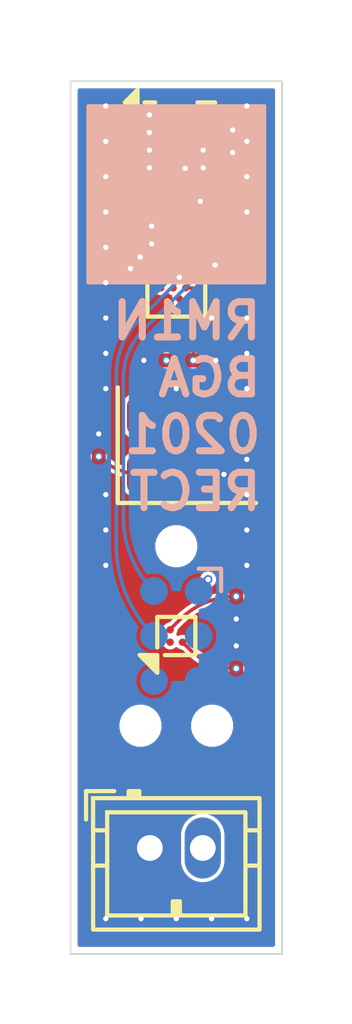
<source format=kicad_pcb>
(kicad_pcb (version 20241229) (generator "pcbnew") (generator_version "9.0")
  (title_block (title "BGA_0201_RECT") (date "2026-02-21") (rev "0.1") (company "RM1N"))
  (layers (0 "F.Cu" signal) (4 "In1.Cu" signal) (6 "In2.Cu" signal) (2 "B.Cu" signal) (13 "F.Paste" user) (15 "B.Paste" user) (5 "F.SilkS" user "F.Silkscreen") (7 "B.SilkS" user "B.Silkscreen") (1 "F.Mask" user) (3 "B.Mask" user) (25 "Edge.Cuts" user))
  (net 0 "")
  (net 1 "GND")
  (net 2 "VDD")
  (net 3 "V+")
  (net 4 "Net-(D1-K)")
  (net 5 "Net-(D1-A)")
  (net 8 "/SWDIO")
  (net 9 "/BOOT0{slash}SWCLK")
  (net 11 "/SDI")
  (net 12 "/SDO")
  (net 13 "/~{CS}")
  (net 14 "Net-(U2-PC14)")
  (net 15 "/SCL")
  (footprint "Capacitor_SMD:C_0201_0603Metric" (layer "F.Cu") (at 34.6 27 -90)
    (property "Reference" "C6" (hide yes))
    (property "Value" "0.1uF" (hide yes))
    (pad "1" smd roundrect (at -0.32 0 270) (size 0.46 0.4) (layers "F.Cu" "F.Mask") (net 2 "VDD"))
    (pad "2" smd roundrect (at 0.32 0 270) (size 0.46 0.4) (layers "F.Cu" "F.Mask") (net 1 "GND"))
  )
  (footprint "Package_CSP:ST_WLCSP-12_1.7x1.42mm_Layout4x6_P0.35mm_Stagger" (layer "F.Cu") (at 33 31 -90)
    (property "Reference" "U2" (hide yes))
    (property "Value" "STM32C011D6Yx" (hide yes))
    (fp_line (start -0.96 0.82) (end -0.96 -0.465) (stroke (width 0.12)) (layer "F.SilkS"))
    (fp_line (start 0.96 0.82) (end -0.96 0.82) (stroke (width 0.12)) (layer "F.SilkS"))
    (fp_line (start -0.605 -0.82) (end 0.96 -0.82) (stroke (width 0.12)) (layer "F.SilkS"))
    (fp_line (start 0.96 -0.82) (end 0.96 0.82) (stroke (width 0.12)) (layer "F.SilkS"))
    (fp_poly (pts (xy -0.96 -0.82) (xy -1.46 -0.82) (xy -0.96 -1.32)) (stroke (width 0.12)) (fill yes) (layer "F.SilkS"))
    (pad "A2" smd circle (at -0.151554 -0.4375 270) (size 0.2 0.2) (property pad_prop_bga) (layers "F.Cu" "F.Mask" "F.Paste") (net 5 "Net-(D1-A)"))
    (pad "A4" smd circle (at 0.454663 -0.4375 270) (size 0.2 0.2) (property pad_prop_bga) (layers "F.Cu" "F.Mask" "F.Paste"))
    (pad "B1" smd circle (at -0.454663 -0.2625 270) (size 0.2 0.2) (property pad_prop_bga) (layers "F.Cu" "F.Mask" "F.Paste") (net 8 "/SWDIO"))
    (pad "B3" smd circle (at 0.151554 -0.2625 270) (size 0.2 0.2) (property pad_prop_bga) (layers "F.Cu" "F.Mask" "F.Paste") (net 14 "Net-(U2-PC14)"))
    (pad "C2" smd circle (at -0.151554 -0.0875 270) (size 0.2 0.2) (property pad_prop_bga) (layers "F.Cu" "F.Mask" "F.Paste") (net 9 "/BOOT0{slash}SWCLK"))
    (pad "C4" smd circle (at 0.454663 -0.0875 270) (size 0.2 0.2) (property pad_prop_bga) (layers "F.Cu" "F.Mask" "F.Paste") (net 2 "VDD"))
    (pad "D1" smd circle (at -0.454663 0.0875 270) (size 0.2 0.2) (property pad_prop_bga) (layers "F.Cu" "F.Mask" "F.Paste") (net 11 "/SDI"))
    (pad "D3" smd circle (at 0.151554 0.0875 270) (size 0.2 0.2) (property pad_prop_bga) (layers "F.Cu" "F.Mask" "F.Paste"))
    (pad "E2" smd circle (at -0.151554 0.2625 270) (size 0.2 0.2) (property pad_prop_bga) (layers "F.Cu" "F.Mask" "F.Paste") (net 12 "/SDO"))
    (pad "E4" smd circle (at 0.454663 0.2625 270) (size 0.2 0.2) (property pad_prop_bga) (layers "F.Cu" "F.Mask" "F.Paste") (net 1 "GND"))
    (pad "F1" smd circle (at -0.454663 0.4375 270) (size 0.2 0.2) (property pad_prop_bga) (layers "F.Cu" "F.Mask" "F.Paste") (net 13 "/~{CS}"))
    (pad "F3" smd circle (at 0.151554 0.4375 270) (size 0.2 0.2) (property pad_prop_bga) (layers "F.Cu" "F.Mask" "F.Paste") (net 15 "/SCL"))
  )
  (footprint "Capacitor_SMD:C_0201_0603Metric" (layer "F.Cu") (at 33.8 33.2)
    (property "Reference" "C5" (hide yes))
    (property "Value" "0.1uF" (hide yes))
    (pad "1" smd roundrect (at -0.32 0) (size 0.46 0.4) (layers "F.Cu" "F.Mask") (net 2 "VDD"))
    (pad "2" smd roundrect (at 0.32 0) (size 0.46 0.4) (layers "F.Cu" "F.Mask") (net 1 "GND"))
  )
  (footprint "Capacitor_SMD:C_0201_0603Metric" (layer "F.Cu") (at 34.7 40.2 -90)
    (property "Reference" "C3" (hide yes))
    (property "Value" "1.0uF" (hide yes))
    (pad "1" smd roundrect (at -0.32 0 270) (size 0.46 0.4) (layers "F.Cu" "F.Mask") (net 2 "VDD"))
    (pad "2" smd roundrect (at 0.32 0 270) (size 0.46 0.4) (layers "F.Cu" "F.Mask") (net 1 "GND"))
  )
  (footprint "Resistor_SMD:R_0201_0603Metric" (layer "F.Cu") (at 35.1 29.6 90)
    (property "Reference" "R1" (hide yes))
    (property "Value" "1k" (hide yes))
    (pad "1" smd roundrect (at -0.32 0 90) (size 0.46 0.4) (layers "F.Cu" "F.Mask") (net 4 "Net-(D1-K)"))
    (pad "2" smd roundrect (at 0.32 0 90) (size 0.46 0.4) (layers "F.Cu" "F.Mask") (net 1 "GND"))
  )
  (footprint "LED_SMD:LED_0201_0603Metric" (layer "F.Cu") (at 35.1 31 -90)
    (property "Reference" "D1" (hide yes))
    (property "Value" "green" (hide yes))
    (fp_circle (center -0.86 0) (end -0.81 0) (stroke (width 0.1)) (fill no) (layer "F.SilkS"))
    (pad "1" smd roundrect (at -0.32 0 270) (size 0.46 0.4) (layers "F.Cu" "F.Mask") (net 4 "Net-(D1-K)"))
    (pad "2" smd roundrect (at 0.32 0 270) (size 0.46 0.4) (layers "F.Cu" "F.Mask") (net 5 "Net-(D1-A)"))
  )
  (footprint "Capacitor_SMD:C_0201_0603Metric" (layer "F.Cu") (at 30.8 35.6 90)
    (property "Reference" "C1" (hide yes))
    (property "Value" "0.1uF" (hide yes))
    (pad "1" smd roundrect (at -0.32 0 90) (size 0.46 0.4) (layers "F.Cu" "F.Mask") (net 2 "VDD"))
    (pad "2" smd roundrect (at 0.32 0 90) (size 0.46 0.4) (layers "F.Cu" "F.Mask") (net 1 "GND"))
  )
  (footprint "Capacitor_SMD:C_0201_0603Metric" (layer "F.Cu") (at 32.4 33.2 180)
    (property "Reference" "C4" (hide yes))
    (property "Value" "1.0uF" (hide yes))
    (pad "1" smd roundrect (at -0.32 0 180) (size 0.46 0.4) (layers "F.Cu" "F.Mask") (net 2 "VDD"))
    (pad "2" smd roundrect (at 0.32 0 180) (size 0.46 0.4) (layers "F.Cu" "F.Mask") (net 1 "GND"))
  )
  (footprint "Connector_JST:JST_ZH_B2B-ZR_1x02_P1.50mm_Vertical" (layer "F.Cu") (at 32.25 47)
    (property "Reference" "J1" (hide yes))
    (property "Value" "JST-ZH" (hide yes))
    (fp_line (start -1.81 -1.61) (end -1.81 -0.81) (stroke (width 0.12)) (layer "F.SilkS"))
    (fp_line (start -1.61 -0.5) (end -1.21 -0.5) (stroke (width 0.12)) (layer "F.SilkS"))
    (fp_line (start -1.61 0.5) (end -1.21 0.5) (stroke (width 0.12)) (layer "F.SilkS"))
    (fp_line (start -1.01 -1.61) (end -1.81 -1.61) (stroke (width 0.12)) (layer "F.SilkS"))
    (fp_line (start -0.6 -1.61) (end -0.6 -1.41) (stroke (width 0.12)) (layer "F.SilkS"))
    (fp_line (start -0.3 -1.61) (end -0.6 -1.61) (stroke (width 0.12)) (layer "F.SilkS"))
    (fp_line (start -0.3 -1.51) (end -0.6 -1.51) (stroke (width 0.12)) (layer "F.SilkS"))
    (fp_line (start -0.3 -1.41) (end -0.3 -1.61) (stroke (width 0.12)) (layer "F.SilkS"))
    (fp_line (start 0.65 1.51) (end 0.85 1.51) (stroke (width 0.12)) (layer "F.SilkS"))
    (fp_line (start 0.65 1.91) (end 0.65 1.51) (stroke (width 0.12)) (layer "F.SilkS"))
    (fp_line (start 0.75 1.91) (end 0.75 1.51) (stroke (width 0.12)) (layer "F.SilkS"))
    (fp_line (start 0.85 1.51) (end 0.85 1.91) (stroke (width 0.12)) (layer "F.SilkS"))
    (fp_line (start 3.11 -0.5) (end 2.71 -0.5) (stroke (width 0.12)) (layer "F.SilkS"))
    (fp_line (start 3.11 0.5) (end 2.71 0.5) (stroke (width 0.12)) (layer "F.SilkS"))
    (fp_rect (start -1.61 -1.41) (end 3.11 2.31) (stroke (width 0.12)) (fill no) (layer "F.SilkS"))
    (fp_rect (start -1.21 -1.01) (end 2.71 1.91) (stroke (width 0.12)) (fill no) (layer "F.SilkS"))
    (pad "1" thru_hole roundrect (at 0 0) (size 1.03 1.73) (drill 0.73) (layers "*.Cu" "*.Mask") (roundrect_rratio 0.242718) (net 1 "GND"))
    (pad "2" thru_hole oval (at 1.5 0) (size 1.03 1.73) (drill 0.73) (layers "*.Cu" "*.Mask") (net 3 "V+"))
  )
  (footprint "Package_LGA:LGA-12_2x2mm_P0.5mm" (layer "F.Cu") (at 33 27)
    (property "Reference" "U4" (hide yes))
    (property "Value" "LIS2DE12" (hide yes))
    (fp_line (start -1.1 -1.1) (end -1.1 -1.1) (stroke (width 0.12)) (layer "F.SilkS"))
    (fp_line (start -1.1 -0.6) (end -1.1 -0.9) (stroke (width 0.12)) (layer "F.SilkS"))
    (fp_line (start -1.1 0.6) (end -1.1 0.6) (stroke (width 0.12)) (layer "F.SilkS"))
    (fp_line (start -1.1 1.1) (end -1.1 0.6) (stroke (width 0.12)) (layer "F.SilkS"))
    (fp_line (start -0.6 -1.1) (end -0.9 -1.1) (stroke (width 0.12)) (layer "F.SilkS"))
    (fp_line (start -0.6 1.1) (end -1.1 1.1) (stroke (width 0.12)) (layer "F.SilkS"))
    (fp_line (start 0.6 -1.1) (end 1.1 -1.1) (stroke (width 0.12)) (layer "F.SilkS"))
    (fp_line (start 0.6 1.1) (end 0.6 1.1) (stroke (width 0.12)) (layer "F.SilkS"))
    (fp_line (start 1.1 -1.1) (end 1.1 -0.6) (stroke (width 0.12)) (layer "F.SilkS"))
    (fp_line (start 1.1 -0.6) (end 1.1 -0.6) (stroke (width 0.12)) (layer "F.SilkS"))
    (fp_line (start 1.1 0.6) (end 1.1 1.1) (stroke (width 0.12)) (layer "F.SilkS"))
    (fp_line (start 1.1 1.1) (end 0.6 1.1) (stroke (width 0.12)) (layer "F.SilkS"))
    (fp_poly (pts (xy -1.1 -1.1) (xy -1.46 -1.1) (xy -1.1 -1.46) (xy -1.1 -1.1)) (stroke (width 0.12)) (fill yes) (layer "F.SilkS"))
    (pad "1" smd rect (at -0.7625 -0.75) (size 0.375 0.35) (layers "F.Cu" "F.Mask" "F.Paste") (net 15 "/SCL"))
    (pad "2" smd rect (at -0.7625 -0.25) (size 0.375 0.35) (layers "F.Cu" "F.Mask" "F.Paste") (net 13 "/~{CS}"))
    (pad "3" smd rect (at -0.7625 0.25) (size 0.375 0.35) (layers "F.Cu" "F.Mask" "F.Paste") (net 11 "/SDI"))
    (pad "4" smd rect (at -0.7625 0.75) (size 0.375 0.35) (layers "F.Cu" "F.Mask" "F.Paste") (net 12 "/SDO"))
    (pad "5" smd rect (at -0.25 0.7625 90) (size 0.375 0.35) (layers "F.Cu" "F.Mask" "F.Paste"))
    (pad "6" smd rect (at 0.25 0.7625 90) (size 0.375 0.35) (layers "F.Cu" "F.Mask" "F.Paste") (net 1 "GND"))
    (pad "7" smd rect (at 0.7625 0.75) (size 0.375 0.35) (layers "F.Cu" "F.Mask" "F.Paste") (net 1 "GND"))
    (pad "8" smd rect (at 0.7625 0.25) (size 0.375 0.35) (layers "F.Cu" "F.Mask" "F.Paste") (net 1 "GND"))
    (pad "9" smd rect (at 0.7625 -0.25) (size 0.375 0.35) (layers "F.Cu" "F.Mask" "F.Paste") (net 2 "VDD"))
    (pad "10" smd rect (at 0.7625 -0.75) (size 0.375 0.35) (layers "F.Cu" "F.Mask" "F.Paste") (net 2 "VDD"))
    (pad "11" smd rect (at 0.25 -0.7625 90) (size 0.375 0.35) (layers "F.Cu" "F.Mask" "F.Paste"))
    (pad "12" smd rect (at -0.25 -0.7625 90) (size 0.375 0.35) (layers "F.Cu" "F.Mask" "F.Paste"))
  )
  (footprint "Resistor_SMD:R_0201_0603Metric" (layer "F.Cu") (at 34 28.7)
    (property "Reference" "R2" (hide yes))
    (property "Value" "10k" (hide yes))
    (pad "1" smd roundrect (at -0.32 0) (size 0.46 0.4) (layers "F.Cu" "F.Mask") (net 9 "/BOOT0{slash}SWCLK"))
    (pad "2" smd roundrect (at 0.32 0) (size 0.46 0.4) (layers "F.Cu" "F.Mask") (net 1 "GND"))
  )
  (footprint "Oscillator:Oscillator_SMD_Abracon_ASE-4Pin_3.2x2.5mm" (layer "F.Cu") (at 33.3 35.6)
    (property "Reference" "Y1" (hide yes))
    (property "Value" "ASE-xxxMHz" (hide yes))
    (fp_line (start -1.96 -1.635) (end -1.96 1.635) (stroke (width 0.12)) (layer "F.SilkS"))
    (fp_line (start -1.96 1.635) (end 1.96 1.635) (stroke (width 0.12)) (layer "F.SilkS"))
    (pad "1" smd roundrect (at -1.05 0.825) (size 1.3 1.1) (layers "F.Cu" "F.Mask" "F.Paste") (roundrect_rratio 0.227273) (net 2 "VDD"))
    (pad "2" smd roundrect (at 1.05 0.825) (size 1.3 1.1) (layers "F.Cu" "F.Mask" "F.Paste") (roundrect_rratio 0.227273) (net 1 "GND"))
    (pad "3" smd roundrect (at 1.05 -0.825) (size 1.3 1.1) (layers "F.Cu" "F.Mask" "F.Paste") (roundrect_rratio 0.227273) (net 14 "Net-(U2-PC14)"))
    (pad "4" smd roundrect (at -1.05 -0.825) (size 1.3 1.1) (layers "F.Cu" "F.Mask" "F.Paste") (roundrect_rratio 0.227273) (net 2 "VDD"))
  )
  (footprint "Capacitor_SMD:C_0201_0603Metric" (layer "F.Cu") (at 34.7 41.6 90)
    (property "Reference" "C2" (hide yes))
    (property "Value" "1.0uF" (hide yes))
    (pad "1" smd roundrect (at -0.32 0 90) (size 0.46 0.4) (layers "F.Cu" "F.Mask") (net 3 "V+"))
    (pad "2" smd roundrect (at 0.32 0 90) (size 0.46 0.4) (layers "F.Cu" "F.Mask") (net 1 "GND"))
  )
  (footprint "Package_CSP:WLCSP-4_0.64x0.64mm_Layout2x2_P0.35mm" (layer "F.Cu") (at 33 41 90)
    (property "Reference" "U1" (hide yes))
    (property "Value" "NCP163AFCS120T2G" (hide yes))
    (fp_line (start 0.54 -0.54) (end 0.54 0.54) (stroke (width 0.12)) (layer "F.SilkS"))
    (fp_line (start -0.325 -0.54) (end 0.54 -0.54) (stroke (width 0.12)) (layer "F.SilkS"))
    (fp_line (start 0.54 0.54) (end -0.54 0.54) (stroke (width 0.12)) (layer "F.SilkS"))
    (fp_line (start -0.54 0.54) (end -0.54 -0.325) (stroke (width 0.12)) (layer "F.SilkS"))
    (fp_poly (pts (xy -0.54 -0.54) (xy -1.04 -0.54) (xy -0.54 -1.04)) (stroke (width 0.12)) (fill yes) (layer "F.SilkS"))
    (pad "A1" smd circle (at -0.175 -0.175 90) (size 0.21 0.21) (property pad_prop_bga) (layers "F.Cu" "F.Mask" "F.Paste") (net 3 "V+"))
    (pad "A2" smd circle (at 0.175 -0.175 90) (size 0.21 0.21) (property pad_prop_bga) (layers "F.Cu" "F.Mask" "F.Paste") (net 2 "VDD"))
    (pad "B1" smd circle (at -0.175 0.175 90) (size 0.21 0.21) (property pad_prop_bga) (layers "F.Cu" "F.Mask" "F.Paste") (net 3 "V+"))
    (pad "B2" smd circle (at 0.175 0.175 90) (size 0.21 0.21) (property pad_prop_bga) (layers "F.Cu" "F.Mask" "F.Paste") (net 1 "GND"))
  )
  (footprint "Connector:Tag-Connect_TC2030-IDC-NL_2x03_P1.27mm_Vertical" (layer "B.Cu") (at 33 41 -90)
    (property "Reference" "J2" (hide yes))
    (property "Value" "Conn_ARM_SWD_TagConnect_TC2030-NL" (hide yes))
    (fp_line (start -1.905 -1.27) (end -1.905 -0.635) (stroke (width 0.12)) (layer "B.SilkS"))
    (fp_line (start -1.27 -1.27) (end -1.905 -1.27) (stroke (width 0.12)) (layer "B.SilkS"))
    (pad "" np_thru_hole circle (at -2.54 0 270) (size 0.9906 0.9906) (drill 0.9906) (layers "*.Cu" "*.Mask"))
    (pad "" np_thru_hole circle (at 2.54 -1.016 270) (size 0.9906 0.9906) (drill 0.9906) (layers "*.Cu" "*.Mask"))
    (pad "" np_thru_hole circle (at 2.54 1.016 270) (size 0.9906 0.9906) (drill 0.9906) (layers "*.Cu" "*.Mask"))
    (pad "1" connect circle (at -1.27 -0.635 270) (size 0.7874 0.7874) (layers "B.Cu" "B.Mask") (net 2 "VDD"))
    (pad "2" connect circle (at -1.27 0.635 270) (size 0.7874 0.7874) (layers "B.Cu" "B.Mask") (net 8 "/SWDIO"))
    (pad "3" connect circle (at 0 -0.635 270) (size 0.7874 0.7874) (layers "B.Cu" "B.Mask"))
    (pad "4" connect circle (at 0 0.635 270) (size 0.7874 0.7874) (layers "B.Cu" "B.Mask") (net 9 "/BOOT0{slash}SWCLK"))
    (pad "5" connect circle (at 1.27 -0.635 270) (size 0.7874 0.7874) (layers "B.Cu" "B.Mask") (net 1 "GND"))
    (pad "6" connect circle (at 1.27 0.635 270) (size 0.7874 0.7874) (layers "B.Cu" "B.Mask"))
    (zone (net 0) (net_name "") (layer "B.Cu") (connect_pads (clearance 0)) (min_thickness 0.254)
      (keepout (tracks allowed) (vias not_allowed) (pads allowed) (copperpour not_allowed) (footprints not_allowed))
      (fill (thermal_gap 0.508) (thermal_bridge_width 0.508))
      (polygon (pts (xy 32.365 42.27) (xy 32.365 39.73) (xy 33.635 39.73) (xy 33.635 42.27)))
    )
  )
  (gr_rect (start 30.5 26) (end 35.5 31) (stroke (width 0.1)) (fill yes) (layer "B.SilkS"))
  (gr_line (start 30 25.3) (end 36 25.3) (stroke (width 0.05)) (layer "Edge.Cuts"))
  (gr_line (start 36 25.3) (end 36 50) (stroke (width 0.05)) (layer "Edge.Cuts"))
  (gr_line (start 30 50) (end 30 25.3) (stroke (width 0.05)) (layer "Edge.Cuts"))
  (gr_line (start 36 50) (end 30 50) (stroke (width 0.05)) (layer "Edge.Cuts"))
  (gr_text "RM1N\nBGA\n0201\nRECT" (at 35.5 37.5 0) (layer "B.SilkS") (effects (font (size 1 1) (thickness 0.2) (bold yes)) (justify left bottom mirror)))
  (via (at 35 36) (size 0.25) (drill 0.15) (layers "F.Cu" "B.Cu") (net 1))
  (via (at 34.7 41.28) (size 0.25) (drill 0.15) (layers "F.Cu" "B.Cu") (net 1))
  (via (at 31 49) (size 0.25) (drill 0.15) (layers "F.Cu" "B.Cu") (net 1))
  (via (at 35 29) (size 0.25) (drill 0.15) (layers "F.Cu" "B.Cu") (net 1))
  (via (at 35 39) (size 0.25) (drill 0.15) (layers "F.Cu" "B.Cu") (net 1))
  (via (at 31 28) (size 0.25) (drill 0.15) (layers "F.Cu" "B.Cu") (net 1))
  (via (at 34.12 33.2) (size 0.25) (drill 0.15) (layers "F.Cu" "B.Cu") (net 1))
  (via (at 31 34) (size 0.25) (drill 0.15) (layers "F.Cu" "B.Cu") (net 1))
  (via (at 33.7625 27.25) (size 0.25) (drill 0.15) (layers "F.Cu" "B.Cu") (net 1))
  (via (at 33.7625 27.75) (size 0.25) (drill 0.15) (layers "F.Cu" "B.Cu") (net 1))
  (via (at 35 27) (size 0.25) (drill 0.15) (layers "F.Cu" "B.Cu") (net 1))
  (via (at 31 32) (size 0.25) (drill 0.15) (layers "F.Cu" "B.Cu") (net 1))
  (via (at 34.6 27.32) (size 0.25) (drill 0.15) (layers "F.Cu" "B.Cu") (net 1))
  (via (at 34.35 36.425) (size 0.25) (drill 0.15) (layers "F.Cu" "B.Cu") (net 1))
  (via (at 31 29) (size 0.25) (drill 0.15) (layers "F.Cu" "B.Cu") (net 1))
  (via (at 35 49) (size 0.25) (drill 0.15) (layers "F.Cu" "B.Cu") (net 1))
  (via (at 31 30) (size 0.25) (drill 0.15) (layers "F.Cu" "B.Cu") (net 1))
  (via (at 33 34) (size 0.25) (drill 0.15) (layers "F.Cu" "B.Cu") (net 1))
  (via (at 34.7 40.52) (size 0.25) (drill 0.15) (layers "F.Cu" "B.Cu") (net 1))
  (via (at 31 33) (size 0.25) (drill 0.15) (layers "F.Cu" "B.Cu") (net 1))
  (via (at 33 49) (size 0.25) (drill 0.15) (layers "F.Cu" "B.Cu") (net 1))
  (via (at 35 32) (size 0.25) (drill 0.15) (layers "F.Cu" "B.Cu") (net 1))
  (via (at 35 38) (size 0.25) (drill 0.15) (layers "F.Cu" "B.Cu") (net 1))
  (via (at 30.8 35.28) (size 0.25) (drill 0.15) (layers "F.Cu" "B.Cu") (net 1))
  (via (at 35 33) (size 0.25) (drill 0.15) (layers "F.Cu" "B.Cu") (net 1))
  (via (at 31 31) (size 0.25) (drill 0.15) (layers "F.Cu" "B.Cu") (net 1))
  (via (at 31 27) (size 0.25) (drill 0.15) (layers "F.Cu" "B.Cu") (net 1))
  (via (at 35 34) (size 0.25) (drill 0.15) (layers "F.Cu" "B.Cu") (net 1))
  (via (at 31 37) (size 0.25) (drill 0.15) (layers "F.Cu" "B.Cu") (net 1))
  (via (at 34 49) (size 0.25) (drill 0.15) (layers "F.Cu" "B.Cu") (net 1))
  (via (at 32.08 33.2) (size 0.25) (drill 0.15) (layers "F.Cu" "B.Cu") (net 1))
  (via (at 33.25 27.7625) (size 0.25) (drill 0.15) (layers "F.Cu" "B.Cu") (net 1))
  (via (at 35 37) (size 0.25) (drill 0.15) (layers "F.Cu" "B.Cu") (net 1))
  (via (at 34 32) (size 0.25) (drill 0.15) (layers "F.Cu" "B.Cu") (net 1))
  (via (at 35 28) (size 0.25) (drill 0.15) (layers "F.Cu" "B.Cu") (net 1))
  (via (at 31 38) (size 0.25) (drill 0.15) (layers "F.Cu" "B.Cu") (net 1))
  (via (at 31 39) (size 0.25) (drill 0.15) (layers "F.Cu" "B.Cu") (net 1))
  (via (at 32 49) (size 0.25) (drill 0.15) (layers "F.Cu" "B.Cu") (net 1))
  (via (at 35 26) (size 0.25) (drill 0.15) (layers "F.Cu" "B.Cu") (net 1))
  (via (at 31 26) (size 0.25) (drill 0.15) (layers "F.Cu" "B.Cu") (net 1))
  (segment (start 33.7625 26.25) (end 33.7625 26.75) (width 0.1) (layer "F.Cu") (net 2))
  (segment (start 32.825 40.825) (end 32.825278 40.819273) (width 0.1) (layer "F.Cu") (net 2))
  (segment (start 32.82993 40.808031) (end 33.091839 40.546122) (width 0.1) (layer "F.Cu") (net 2))
  (segment (start 32.25 34.775) (end 32.25 36.425) (width 0.1) (layer "F.Cu") (net 2))
  (segment (start 33.7625 26.75) (end 34.431005 26.75) (width 0.1) (layer "F.Cu") (net 2))
  (segment (start 33.48 32.634558) (end 33.48 33.2) (width 0.1) (layer "F.Cu") (net 2))
  (segment (start 32.825278 40.819273) (end 32.82993 40.808031) (width 0.1) (layer "F.Cu") (net 2))
  (segment (start 33.0875 31.454663) (end 33.0875 31.68698) (width 0.1) (layer "F.Cu") (net 2))
  (segment (start 32.72 33.2) (end 33.48 33.2) (width 0.1) (layer "F.Cu") (net 2))
  (segment (start 32.019178 36.425) (end 32.25 36.425) (width 0.1) (layer "F.Cu") (net 2))
  (via (at 33.48 33.2) (size 0.25) (drill 0.15) (layers "F.Cu" "B.Cu") (net 2))
  (via (at 32.72 33.2) (size 0.25) (drill 0.15) (layers "F.Cu" "B.Cu") (net 2))
  (via (at 30.8 35.92) (size 0.25) (drill 0.15) (layers "F.Cu" "B.Cu") (net 2))
  (via (at 34.7 39.88) (size 0.25) (drill 0.15) (layers "F.Cu" "B.Cu") (net 2))
  (via (at 33.9 39.4) (size 0.25) (drill 0.15) (layers "F.Cu" "B.Cu") (net 2))
  (via (at 34.6 26.68) (size 0.25) (drill 0.15) (layers "F.Cu" "B.Cu") (net 2))
  (arc (start 33.0875 31.68698) (mid 33.142727 31.964624) (end 33.3 32.2) (width 0.1) (layer "F.Cu") (net 2))
  (arc (start 30.8 35.92) (mid 31.359364 36.293754) (end 32.019178 36.425) (width 0.1) (layer "F.Cu") (net 2))
  (arc (start 34.431005 26.75) (mid 34.522465 26.731808) (end 34.6 26.68) (width 0.1) (layer "F.Cu") (net 2))
  (arc (start 33.3 32.2) (mid 33.433219 32.399377) (end 33.48 32.634558) (width 0.1) (layer "F.Cu") (net 2))
  (arc (start 33.091839 40.546122) (mid 33.829669 40.05312) (end 34.7 39.88) (width 0.1) (layer "F.Cu") (net 2))
  (segment (start 33.175 41.175) (end 33.368457 41.368457) (width 0.1) (layer "F.Cu") (net 3))
  (via (at 34.7 41.92) (size 0.25) (drill 0.15) (layers "F.Cu" "B.Cu") (net 3))
  (arc (start 33.368457 41.368457) (mid 33.979374 41.776658) (end 34.7 41.92) (width 0.1) (layer "F.Cu") (net 3))
  (segment (start 35.1 30.68) (end 35.1 29.92) (width 0.1) (layer "F.Cu") (net 4))
  (segment (start 33.4375 30.848446) (end 33.592695 30.848446) (width 0.1) (layer "F.Cu") (net 5))
  (segment (start 34.731127 31.32) (end 35.1 31.32) (width 0.1) (layer "F.Cu") (net 5))
  (arc (start 34.2 31.1) (mid 34.443683 31.262823) (end 34.731127 31.32) (width 0.1) (layer "F.Cu") (net 5))
  (arc (start 33.592695 30.848446) (mid 33.921366 30.913823) (end 34.2 31.1) (width 0.1) (layer "F.Cu") (net 5))
  (segment (start 33.2625 30.545337) (end 34.054663 30.545337) (width 0.1) (layer "F.Cu") (net 8))
  (segment (start 34.054663 30.545337) (end 34.1 30.5) (width 0.1) (layer "F.Cu") (net 8))
  (via (at 34.1 30.5) (size 0.25) (drill 0.15) (layers "F.Cu" "B.Cu") (net 8))
  (segment (start 33.1 31.3) (end 32.065685 32.334315) (width 0.1) (layer "B.Cu") (net 8))
  (segment (start 33.758578 30.641421) (end 33.1 31.3) (width 0.1) (layer "B.Cu") (net 8))
  (segment (start 31.5 33.7) (end 31.5 37.641705) (width 0.1) (layer "B.Cu") (net 8))
  (arc (start 34.1 30.5) (mid 33.915224 30.536754) (end 33.758578 30.641421) (width 0.1) (layer "B.Cu") (net 8))
  (arc (start 31.5 37.641705) (mid 31.724806 38.771882) (end 32.365 39.73) (width 0.1) (layer "B.Cu") (net 8))
  (arc (start 32.065685 32.334315) (mid 31.647017 32.960897) (end 31.5 33.7) (width 0.1) (layer "B.Cu") (net 8))
  (via (at 33.0875 30.848446) (size 0.25) (drill 0.15) (layers "F.Cu" "B.Cu") (net 9))
  (via (at 33.68 28.7) (size 0.25) (drill 0.15) (layers "F.Cu" "B.Cu") (net 9))
  (segment (start 33.042207 30.957793) (end 32.3 31.7) (width 0.1) (layer "B.Cu") (net 9))
  (segment (start 32.3 31.7) (end 31.936396 32.063604) (width 0.1) (layer "B.Cu") (net 9))
  (segment (start 31.3 33.6) (end 31.3 38.428863) (width 0.1) (layer "B.Cu") (net 9))
  (segment (start 33.68 28.7) (end 33.68 29.418024) (width 0.1) (layer "B.Cu") (net 9))
  (arc (start 31.3 38.428863) (mid 31.576784 39.820353) (end 32.365 41) (width 0.1) (layer "B.Cu") (net 9))
  (arc (start 31.936396 32.063604) (mid 31.465394 32.768508) (end 31.3 33.6) (width 0.1) (layer "B.Cu") (net 9))
  (arc (start 33.0875 30.848446) (mid 33.075729 30.907624) (end 33.042207 30.957793) (width 0.1) (layer "B.Cu") (net 9))
  (arc (start 33.68 29.418024) (mid 33.526014 30.192163) (end 33.0875 30.848446) (width 0.1) (layer "B.Cu") (net 9))
  (segment (start 32.632606 29.733245) (end 32.3 29.400639) (width 0.1) (layer "F.Cu") (net 11))
  (segment (start 32.3 29.400639) (end 32.3 29.4) (width 0.1) (layer "F.Cu") (net 11))
  (segment (start 32.9125 30.545337) (end 32.9125 30.454442) (width 0.1) (layer "F.Cu") (net 11))
  (via (at 32.3 29.4) (size 0.25) (drill 0.15) (layers "F.Cu" "B.Cu") (net 11))
  (via (at 32.2375 27.25) (size 0.25) (drill 0.15) (layers "F.Cu" "B.Cu") (net 11))
  (arc (start 32.9125 30.454442) (mid 32.839967 30.067736) (end 32.632606 29.733245) (width 0.1) (layer "F.Cu") (net 11))
  (segment (start 32.6 28.675736) (end 32.6 28.125152) (width 0.1) (layer "B.Cu") (net 11))
  (arc (start 32.3 29.4) (mid 32.522033 29.067705) (end 32.6 28.675736) (width 0.1) (layer "B.Cu") (net 11))
  (arc (start 32.2375 27.25) (mid 32.505789 27.651523) (end 32.6 28.125152) (width 0.1) (layer "B.Cu") (net 11))
  (segment (start 32.7375 30.848446) (end 32.699802 30.848446) (width 0.1) (layer "F.Cu") (net 12))
  (segment (start 31.975 30.298223) (end 31.975 30.274403) (width 0.1) (layer "F.Cu") (net 12))
  (via (at 31.975 30.274403) (size 0.25) (drill 0.15) (layers "F.Cu" "B.Cu") (net 12))
  (via (at 32.2375 27.75) (size 0.25) (drill 0.15) (layers "F.Cu" "B.Cu") (net 12))
  (arc (start 32.699802 30.848446) (mid 32.375191 30.783877) (end 32.1 30.6) (width 0.1) (layer "F.Cu") (net 12))
  (arc (start 32.1 30.6) (mid 32.007486 30.461544) (end 31.975 30.298223) (width 0.1) (layer "F.Cu") (net 12))
  (segment (start 31.975 30.274403) (end 31.975 28.383731) (width 0.1) (layer "B.Cu") (net 12))
  (arc (start 31.975 28.383731) (mid 32.043221 28.040759) (end 32.2375 27.75) (width 0.1) (layer "B.Cu") (net 12))
  (segment (start 32.5625 30.545337) (end 32.5625 30.533731) (width 0.1) (layer "F.Cu") (net 13))
  (via (at 32.2375 26.75) (size 0.25) (drill 0.15) (layers "F.Cu" "B.Cu") (net 13))
  (via (at 32.3 29.9) (size 0.25) (drill 0.15) (layers "F.Cu" "B.Cu") (net 13))
  (arc (start 32.5625 30.533731) (mid 32.494278 30.190758) (end 32.3 29.9) (width 0.1) (layer "F.Cu") (net 13))
  (segment (start 32.8 28.692893) (end 32.8 27.9) (width 0.1) (layer "B.Cu") (net 13))
  (segment (start 32.2375 26.75) (end 32.384575 26.897075) (width 0.1) (layer "B.Cu") (net 13))
  (arc (start 32.3 29.9) (mid 32.670054 29.346174) (end 32.8 28.692893) (width 0.1) (layer "B.Cu") (net 13))
  (arc (start 32.384575 26.897075) (mid 32.692034 27.357221) (end 32.8 27.9) (width 0.1) (layer "B.Cu") (net 13))
  (segment (start 34.7 33.089949) (end 34.7 33.358579) (width 0.1) (layer "F.Cu") (net 14))
  (segment (start 34.35 34.203553) (end 34.35 34.775) (width 0.1) (layer "F.Cu") (net 14))
  (segment (start 33.2625 31.151554) (end 33.400198 31.151554) (width 0.1) (layer "F.Cu") (net 14))
  (arc (start 34.7 33.358579) (mid 34.67401 33.489235) (end 34.6 33.6) (width 0.1) (layer "F.Cu") (net 14))
  (arc (start 34.6 33.6) (mid 34.414973 33.876912) (end 34.35 34.203553) (width 0.1) (layer "F.Cu") (net 14))
  (arc (start 34 31.4) (mid 34.518076 32.175355) (end 34.7 33.089949) (width 0.1) (layer "F.Cu") (net 14))
  (arc (start 33.400198 31.151554) (mid 33.724808 31.216123) (end 34 31.4) (width 0.1) (layer "F.Cu") (net 14))
  (segment (start 32.031682 30.931682) (end 32 30.9) (width 0.1) (layer "F.Cu") (net 15))
  (segment (start 32 30.9) (end 31.7 30.6) (width 0.1) (layer "F.Cu") (net 15))
  (via (at 31.7 30.6) (size 0.25) (drill 0.15) (layers "F.Cu" "B.Cu") (net 15))
  (via (at 32.2375 26.25) (size 0.25) (drill 0.15) (layers "F.Cu" "B.Cu") (net 15))
  (arc (start 32.5625 31.151554) (mid 32.275223 31.094411) (end 32.031682 30.931682) (width 0.1) (layer "F.Cu") (net 15))
  (segment (start 31.7 30.6) (end 31.7 27.54764) (width 0.1) (layer "B.Cu") (net 15))
  (arc (start 31.7 27.54764) (mid 31.839691 26.845362) (end 32.2375 26.25) (width 0.1) (layer "B.Cu") (net 15))
  (zone (net 1) (net_name "GND") (layers "F.Cu" "B.Cu" "In2.Cu") (priority 2) (connect_pads yes (clearance 0.1)) (min_thickness 0.1) (fill yes (thermal_gap 0.5) (thermal_bridge_width 0.5))
    (polygon (pts (xy 38 52) (xy 28 52) (xy 28 23) (xy 38 23)))
  )
)
</source>
